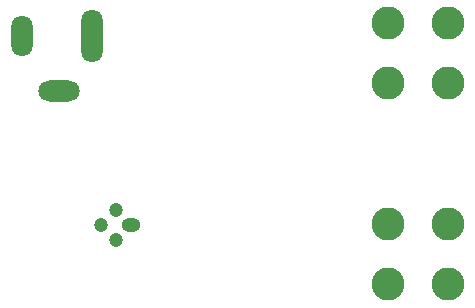
<source format=gbr>
%TF.GenerationSoftware,KiCad,Pcbnew,6.0.0-d3dd2cf0fa~116~ubuntu21.10.1*%
%TF.CreationDate,2022-02-03T21:45:13+00:00*%
%TF.ProjectId,pcb-adr1399-vref,7063622d-6164-4723-9133-39392d767265,rev?*%
%TF.SameCoordinates,Original*%
%TF.FileFunction,Soldermask,Bot*%
%TF.FilePolarity,Negative*%
%FSLAX46Y46*%
G04 Gerber Fmt 4.6, Leading zero omitted, Abs format (unit mm)*
G04 Created by KiCad (PCBNEW 6.0.0-d3dd2cf0fa~116~ubuntu21.10.1) date 2022-02-03 21:45:13*
%MOMM*%
%LPD*%
G01*
G04 APERTURE LIST*
G04 Aperture macros list*
%AMRoundRect*
0 Rectangle with rounded corners*
0 $1 Rounding radius*
0 $2 $3 $4 $5 $6 $7 $8 $9 X,Y pos of 4 corners*
0 Add a 4 corners polygon primitive as box body*
4,1,4,$2,$3,$4,$5,$6,$7,$8,$9,$2,$3,0*
0 Add four circle primitives for the rounded corners*
1,1,$1+$1,$2,$3*
1,1,$1+$1,$4,$5*
1,1,$1+$1,$6,$7*
1,1,$1+$1,$8,$9*
0 Add four rect primitives between the rounded corners*
20,1,$1+$1,$2,$3,$4,$5,0*
20,1,$1+$1,$4,$5,$6,$7,0*
20,1,$1+$1,$6,$7,$8,$9,0*
20,1,$1+$1,$8,$9,$2,$3,0*%
G04 Aperture macros list end*
%ADD10RoundRect,0.900000X0.000000X-1.350000X0.000000X-1.350000X0.000000X1.350000X0.000000X1.350000X0*%
%ADD11RoundRect,0.900000X0.000000X-0.850000X0.000000X-0.850000X0.000000X0.850000X0.000000X0.850000X0*%
%ADD12RoundRect,0.900000X-0.850000X0.000000X0.850000X0.000000X0.850000X0.000000X-0.850000X0.000000X0*%
%ADD13C,2.800000*%
%ADD14O,1.600000X1.200000*%
%ADD15C,1.200000*%
G04 APERTURE END LIST*
D10*
%TO.C,J1*%
X85900000Y-94500000D03*
D11*
X80000000Y-94500000D03*
D12*
X83100000Y-99200000D03*
%TD*%
D13*
%TO.C,J3*%
X110960000Y-93460000D03*
X116040000Y-93460000D03*
X116040000Y-98540000D03*
X110960000Y-98540000D03*
%TD*%
%TO.C,J2*%
X110960000Y-110460000D03*
X116040000Y-110460000D03*
X116040000Y-115540000D03*
X110960000Y-115540000D03*
%TD*%
D14*
%TO.C,U1*%
X89270000Y-110500000D03*
D15*
X88000000Y-109230000D03*
X86730000Y-110500000D03*
X88000000Y-111770000D03*
%TD*%
M02*

</source>
